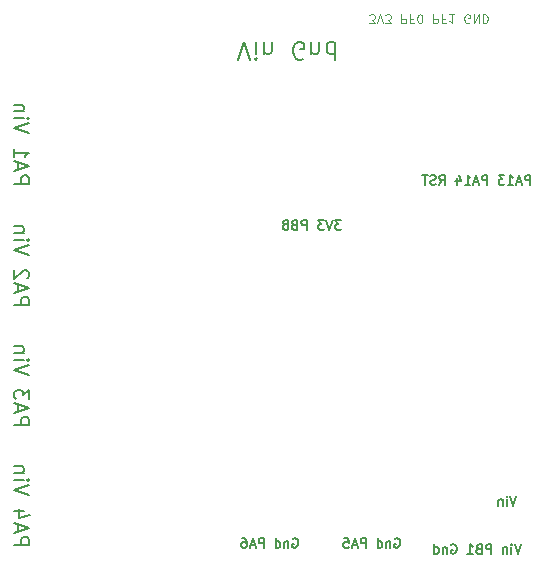
<source format=gbr>
G04 #@! TF.GenerationSoftware,KiCad,Pcbnew,(5.1.5)-3*
G04 #@! TF.CreationDate,2020-01-15T03:57:31-05:00*
G04 #@! TF.ProjectId,STM32 Klipper Expander,53544d33-3220-44b6-9c69-707065722045,rev?*
G04 #@! TF.SameCoordinates,Original*
G04 #@! TF.FileFunction,Legend,Bot*
G04 #@! TF.FilePolarity,Positive*
%FSLAX46Y46*%
G04 Gerber Fmt 4.6, Leading zero omitted, Abs format (unit mm)*
G04 Created by KiCad (PCBNEW (5.1.5)-3) date 2020-01-15 03:57:31*
%MOMM*%
%LPD*%
G04 APERTURE LIST*
%ADD10C,0.150000*%
%ADD11C,0.200000*%
%ADD12C,0.100000*%
G04 APERTURE END LIST*
D10*
X147694285Y-67341904D02*
X147694285Y-66541904D01*
X147389523Y-66541904D01*
X147313333Y-66580000D01*
X147275238Y-66618095D01*
X147237142Y-66694285D01*
X147237142Y-66808571D01*
X147275238Y-66884761D01*
X147313333Y-66922857D01*
X147389523Y-66960952D01*
X147694285Y-66960952D01*
X146932380Y-67113333D02*
X146551428Y-67113333D01*
X147008571Y-67341904D02*
X146741904Y-66541904D01*
X146475238Y-67341904D01*
X145789523Y-67341904D02*
X146246666Y-67341904D01*
X146018095Y-67341904D02*
X146018095Y-66541904D01*
X146094285Y-66656190D01*
X146170476Y-66732380D01*
X146246666Y-66770476D01*
X145522857Y-66541904D02*
X145027619Y-66541904D01*
X145294285Y-66846666D01*
X145180000Y-66846666D01*
X145103809Y-66884761D01*
X145065714Y-66922857D01*
X145027619Y-66999047D01*
X145027619Y-67189523D01*
X145065714Y-67265714D01*
X145103809Y-67303809D01*
X145180000Y-67341904D01*
X145408571Y-67341904D01*
X145484761Y-67303809D01*
X145522857Y-67265714D01*
X144075238Y-67341904D02*
X144075238Y-66541904D01*
X143770476Y-66541904D01*
X143694285Y-66580000D01*
X143656190Y-66618095D01*
X143618095Y-66694285D01*
X143618095Y-66808571D01*
X143656190Y-66884761D01*
X143694285Y-66922857D01*
X143770476Y-66960952D01*
X144075238Y-66960952D01*
X143313333Y-67113333D02*
X142932380Y-67113333D01*
X143389523Y-67341904D02*
X143122857Y-66541904D01*
X142856190Y-67341904D01*
X142170476Y-67341904D02*
X142627619Y-67341904D01*
X142399047Y-67341904D02*
X142399047Y-66541904D01*
X142475238Y-66656190D01*
X142551428Y-66732380D01*
X142627619Y-66770476D01*
X141484761Y-66808571D02*
X141484761Y-67341904D01*
X141675238Y-66503809D02*
X141865714Y-67075238D01*
X141370476Y-67075238D01*
X139999047Y-67341904D02*
X140265714Y-66960952D01*
X140456190Y-67341904D02*
X140456190Y-66541904D01*
X140151428Y-66541904D01*
X140075238Y-66580000D01*
X140037142Y-66618095D01*
X139999047Y-66694285D01*
X139999047Y-66808571D01*
X140037142Y-66884761D01*
X140075238Y-66922857D01*
X140151428Y-66960952D01*
X140456190Y-66960952D01*
X139694285Y-67303809D02*
X139580000Y-67341904D01*
X139389523Y-67341904D01*
X139313333Y-67303809D01*
X139275238Y-67265714D01*
X139237142Y-67189523D01*
X139237142Y-67113333D01*
X139275238Y-67037142D01*
X139313333Y-66999047D01*
X139389523Y-66960952D01*
X139541904Y-66922857D01*
X139618095Y-66884761D01*
X139656190Y-66846666D01*
X139694285Y-66770476D01*
X139694285Y-66694285D01*
X139656190Y-66618095D01*
X139618095Y-66580000D01*
X139541904Y-66541904D01*
X139351428Y-66541904D01*
X139237142Y-66580000D01*
X139008571Y-66541904D02*
X138551428Y-66541904D01*
X138780000Y-67341904D02*
X138780000Y-66541904D01*
X131686190Y-70351904D02*
X131190952Y-70351904D01*
X131457619Y-70656666D01*
X131343333Y-70656666D01*
X131267142Y-70694761D01*
X131229047Y-70732857D01*
X131190952Y-70809047D01*
X131190952Y-70999523D01*
X131229047Y-71075714D01*
X131267142Y-71113809D01*
X131343333Y-71151904D01*
X131571904Y-71151904D01*
X131648095Y-71113809D01*
X131686190Y-71075714D01*
X130962380Y-70351904D02*
X130695714Y-71151904D01*
X130429047Y-70351904D01*
X130238571Y-70351904D02*
X129743333Y-70351904D01*
X130010000Y-70656666D01*
X129895714Y-70656666D01*
X129819523Y-70694761D01*
X129781428Y-70732857D01*
X129743333Y-70809047D01*
X129743333Y-70999523D01*
X129781428Y-71075714D01*
X129819523Y-71113809D01*
X129895714Y-71151904D01*
X130124285Y-71151904D01*
X130200476Y-71113809D01*
X130238571Y-71075714D01*
X128790952Y-71151904D02*
X128790952Y-70351904D01*
X128486190Y-70351904D01*
X128410000Y-70390000D01*
X128371904Y-70428095D01*
X128333809Y-70504285D01*
X128333809Y-70618571D01*
X128371904Y-70694761D01*
X128410000Y-70732857D01*
X128486190Y-70770952D01*
X128790952Y-70770952D01*
X127724285Y-70732857D02*
X127610000Y-70770952D01*
X127571904Y-70809047D01*
X127533809Y-70885238D01*
X127533809Y-70999523D01*
X127571904Y-71075714D01*
X127610000Y-71113809D01*
X127686190Y-71151904D01*
X127990952Y-71151904D01*
X127990952Y-70351904D01*
X127724285Y-70351904D01*
X127648095Y-70390000D01*
X127610000Y-70428095D01*
X127571904Y-70504285D01*
X127571904Y-70580476D01*
X127610000Y-70656666D01*
X127648095Y-70694761D01*
X127724285Y-70732857D01*
X127990952Y-70732857D01*
X127076666Y-70694761D02*
X127152857Y-70656666D01*
X127190952Y-70618571D01*
X127229047Y-70542380D01*
X127229047Y-70504285D01*
X127190952Y-70428095D01*
X127152857Y-70390000D01*
X127076666Y-70351904D01*
X126924285Y-70351904D01*
X126848095Y-70390000D01*
X126810000Y-70428095D01*
X126771904Y-70504285D01*
X126771904Y-70542380D01*
X126810000Y-70618571D01*
X126848095Y-70656666D01*
X126924285Y-70694761D01*
X127076666Y-70694761D01*
X127152857Y-70732857D01*
X127190952Y-70770952D01*
X127229047Y-70847142D01*
X127229047Y-70999523D01*
X127190952Y-71075714D01*
X127152857Y-71113809D01*
X127076666Y-71151904D01*
X126924285Y-71151904D01*
X126848095Y-71113809D01*
X126810000Y-71075714D01*
X126771904Y-70999523D01*
X126771904Y-70847142D01*
X126810000Y-70770952D01*
X126848095Y-70732857D01*
X126924285Y-70694761D01*
D11*
X122963714Y-56752428D02*
X123463714Y-55252428D01*
X123963714Y-56752428D01*
X124463714Y-55252428D02*
X124463714Y-56252428D01*
X124463714Y-56752428D02*
X124392285Y-56681000D01*
X124463714Y-56609571D01*
X124535142Y-56681000D01*
X124463714Y-56752428D01*
X124463714Y-56609571D01*
X125178000Y-56252428D02*
X125178000Y-55252428D01*
X125178000Y-56109571D02*
X125249428Y-56181000D01*
X125392285Y-56252428D01*
X125606571Y-56252428D01*
X125749428Y-56181000D01*
X125820857Y-56038142D01*
X125820857Y-55252428D01*
X128463714Y-56681000D02*
X128320857Y-56752428D01*
X128106571Y-56752428D01*
X127892285Y-56681000D01*
X127749428Y-56538142D01*
X127678000Y-56395285D01*
X127606571Y-56109571D01*
X127606571Y-55895285D01*
X127678000Y-55609571D01*
X127749428Y-55466714D01*
X127892285Y-55323857D01*
X128106571Y-55252428D01*
X128249428Y-55252428D01*
X128463714Y-55323857D01*
X128535142Y-55395285D01*
X128535142Y-55895285D01*
X128249428Y-55895285D01*
X129178000Y-56252428D02*
X129178000Y-55252428D01*
X129178000Y-56109571D02*
X129249428Y-56181000D01*
X129392285Y-56252428D01*
X129606571Y-56252428D01*
X129749428Y-56181000D01*
X129820857Y-56038142D01*
X129820857Y-55252428D01*
X131178000Y-55252428D02*
X131178000Y-56752428D01*
X131178000Y-55323857D02*
X131035142Y-55252428D01*
X130749428Y-55252428D01*
X130606571Y-55323857D01*
X130535142Y-55395285D01*
X130463714Y-55538142D01*
X130463714Y-55966714D01*
X130535142Y-56109571D01*
X130606571Y-56181000D01*
X130749428Y-56252428D01*
X131035142Y-56252428D01*
X131178000Y-56181000D01*
D12*
X134080285Y-53674714D02*
X134544571Y-53674714D01*
X134294571Y-53389000D01*
X134401714Y-53389000D01*
X134473142Y-53353285D01*
X134508857Y-53317571D01*
X134544571Y-53246142D01*
X134544571Y-53067571D01*
X134508857Y-52996142D01*
X134473142Y-52960428D01*
X134401714Y-52924714D01*
X134187428Y-52924714D01*
X134116000Y-52960428D01*
X134080285Y-52996142D01*
X134758857Y-53674714D02*
X135008857Y-52924714D01*
X135258857Y-53674714D01*
X135437428Y-53674714D02*
X135901714Y-53674714D01*
X135651714Y-53389000D01*
X135758857Y-53389000D01*
X135830285Y-53353285D01*
X135866000Y-53317571D01*
X135901714Y-53246142D01*
X135901714Y-53067571D01*
X135866000Y-52996142D01*
X135830285Y-52960428D01*
X135758857Y-52924714D01*
X135544571Y-52924714D01*
X135473142Y-52960428D01*
X135437428Y-52996142D01*
X136794571Y-52924714D02*
X136794571Y-53674714D01*
X137080285Y-53674714D01*
X137151714Y-53639000D01*
X137187428Y-53603285D01*
X137223142Y-53531857D01*
X137223142Y-53424714D01*
X137187428Y-53353285D01*
X137151714Y-53317571D01*
X137080285Y-53281857D01*
X136794571Y-53281857D01*
X137794571Y-53317571D02*
X137544571Y-53317571D01*
X137544571Y-52924714D02*
X137544571Y-53674714D01*
X137901714Y-53674714D01*
X138330285Y-53674714D02*
X138401714Y-53674714D01*
X138473142Y-53639000D01*
X138508857Y-53603285D01*
X138544571Y-53531857D01*
X138580285Y-53389000D01*
X138580285Y-53210428D01*
X138544571Y-53067571D01*
X138508857Y-52996142D01*
X138473142Y-52960428D01*
X138401714Y-52924714D01*
X138330285Y-52924714D01*
X138258857Y-52960428D01*
X138223142Y-52996142D01*
X138187428Y-53067571D01*
X138151714Y-53210428D01*
X138151714Y-53389000D01*
X138187428Y-53531857D01*
X138223142Y-53603285D01*
X138258857Y-53639000D01*
X138330285Y-53674714D01*
X139473142Y-52924714D02*
X139473142Y-53674714D01*
X139758857Y-53674714D01*
X139830285Y-53639000D01*
X139866000Y-53603285D01*
X139901714Y-53531857D01*
X139901714Y-53424714D01*
X139866000Y-53353285D01*
X139830285Y-53317571D01*
X139758857Y-53281857D01*
X139473142Y-53281857D01*
X140473142Y-53317571D02*
X140223142Y-53317571D01*
X140223142Y-52924714D02*
X140223142Y-53674714D01*
X140580285Y-53674714D01*
X141258857Y-52924714D02*
X140830285Y-52924714D01*
X141044571Y-52924714D02*
X141044571Y-53674714D01*
X140973142Y-53567571D01*
X140901714Y-53496142D01*
X140830285Y-53460428D01*
X142544571Y-53639000D02*
X142473142Y-53674714D01*
X142366000Y-53674714D01*
X142258857Y-53639000D01*
X142187428Y-53567571D01*
X142151714Y-53496142D01*
X142116000Y-53353285D01*
X142116000Y-53246142D01*
X142151714Y-53103285D01*
X142187428Y-53031857D01*
X142258857Y-52960428D01*
X142366000Y-52924714D01*
X142437428Y-52924714D01*
X142544571Y-52960428D01*
X142580285Y-52996142D01*
X142580285Y-53246142D01*
X142437428Y-53246142D01*
X142901714Y-52924714D02*
X142901714Y-53674714D01*
X143330285Y-52924714D01*
X143330285Y-53674714D01*
X143687428Y-52924714D02*
X143687428Y-53674714D01*
X143866000Y-53674714D01*
X143973142Y-53639000D01*
X144044571Y-53567571D01*
X144080285Y-53496142D01*
X144116000Y-53353285D01*
X144116000Y-53246142D01*
X144080285Y-53103285D01*
X144044571Y-53031857D01*
X143973142Y-52960428D01*
X143866000Y-52924714D01*
X143687428Y-52924714D01*
D10*
X146539047Y-93719904D02*
X146272380Y-94519904D01*
X146005714Y-93719904D01*
X145739047Y-94519904D02*
X145739047Y-93986571D01*
X145739047Y-93719904D02*
X145777142Y-93758000D01*
X145739047Y-93796095D01*
X145700952Y-93758000D01*
X145739047Y-93719904D01*
X145739047Y-93796095D01*
X145358095Y-93986571D02*
X145358095Y-94519904D01*
X145358095Y-94062761D02*
X145320000Y-94024666D01*
X145243809Y-93986571D01*
X145129523Y-93986571D01*
X145053333Y-94024666D01*
X145015238Y-94100857D01*
X145015238Y-94519904D01*
X146913333Y-97783904D02*
X146646666Y-98583904D01*
X146380000Y-97783904D01*
X146113333Y-98583904D02*
X146113333Y-98050571D01*
X146113333Y-97783904D02*
X146151428Y-97822000D01*
X146113333Y-97860095D01*
X146075238Y-97822000D01*
X146113333Y-97783904D01*
X146113333Y-97860095D01*
X145732380Y-98050571D02*
X145732380Y-98583904D01*
X145732380Y-98126761D02*
X145694285Y-98088666D01*
X145618095Y-98050571D01*
X145503809Y-98050571D01*
X145427619Y-98088666D01*
X145389523Y-98164857D01*
X145389523Y-98583904D01*
X144399047Y-98583904D02*
X144399047Y-97783904D01*
X144094285Y-97783904D01*
X144018095Y-97822000D01*
X143980000Y-97860095D01*
X143941904Y-97936285D01*
X143941904Y-98050571D01*
X143980000Y-98126761D01*
X144018095Y-98164857D01*
X144094285Y-98202952D01*
X144399047Y-98202952D01*
X143332380Y-98164857D02*
X143218095Y-98202952D01*
X143180000Y-98241047D01*
X143141904Y-98317238D01*
X143141904Y-98431523D01*
X143180000Y-98507714D01*
X143218095Y-98545809D01*
X143294285Y-98583904D01*
X143599047Y-98583904D01*
X143599047Y-97783904D01*
X143332380Y-97783904D01*
X143256190Y-97822000D01*
X143218095Y-97860095D01*
X143180000Y-97936285D01*
X143180000Y-98012476D01*
X143218095Y-98088666D01*
X143256190Y-98126761D01*
X143332380Y-98164857D01*
X143599047Y-98164857D01*
X142380000Y-98583904D02*
X142837142Y-98583904D01*
X142608571Y-98583904D02*
X142608571Y-97783904D01*
X142684761Y-97898190D01*
X142760952Y-97974380D01*
X142837142Y-98012476D01*
X141008571Y-97822000D02*
X141084761Y-97783904D01*
X141199047Y-97783904D01*
X141313333Y-97822000D01*
X141389523Y-97898190D01*
X141427619Y-97974380D01*
X141465714Y-98126761D01*
X141465714Y-98241047D01*
X141427619Y-98393428D01*
X141389523Y-98469619D01*
X141313333Y-98545809D01*
X141199047Y-98583904D01*
X141122857Y-98583904D01*
X141008571Y-98545809D01*
X140970476Y-98507714D01*
X140970476Y-98241047D01*
X141122857Y-98241047D01*
X140627619Y-98050571D02*
X140627619Y-98583904D01*
X140627619Y-98126761D02*
X140589523Y-98088666D01*
X140513333Y-98050571D01*
X140399047Y-98050571D01*
X140322857Y-98088666D01*
X140284761Y-98164857D01*
X140284761Y-98583904D01*
X139560952Y-98583904D02*
X139560952Y-97783904D01*
X139560952Y-98545809D02*
X139637142Y-98583904D01*
X139789523Y-98583904D01*
X139865714Y-98545809D01*
X139903809Y-98507714D01*
X139941904Y-98431523D01*
X139941904Y-98202952D01*
X139903809Y-98126761D01*
X139865714Y-98088666D01*
X139789523Y-98050571D01*
X139637142Y-98050571D01*
X139560952Y-98088666D01*
X136232857Y-97314000D02*
X136309047Y-97275904D01*
X136423333Y-97275904D01*
X136537619Y-97314000D01*
X136613809Y-97390190D01*
X136651904Y-97466380D01*
X136690000Y-97618761D01*
X136690000Y-97733047D01*
X136651904Y-97885428D01*
X136613809Y-97961619D01*
X136537619Y-98037809D01*
X136423333Y-98075904D01*
X136347142Y-98075904D01*
X136232857Y-98037809D01*
X136194761Y-97999714D01*
X136194761Y-97733047D01*
X136347142Y-97733047D01*
X135851904Y-97542571D02*
X135851904Y-98075904D01*
X135851904Y-97618761D02*
X135813809Y-97580666D01*
X135737619Y-97542571D01*
X135623333Y-97542571D01*
X135547142Y-97580666D01*
X135509047Y-97656857D01*
X135509047Y-98075904D01*
X134785238Y-98075904D02*
X134785238Y-97275904D01*
X134785238Y-98037809D02*
X134861428Y-98075904D01*
X135013809Y-98075904D01*
X135090000Y-98037809D01*
X135128095Y-97999714D01*
X135166190Y-97923523D01*
X135166190Y-97694952D01*
X135128095Y-97618761D01*
X135090000Y-97580666D01*
X135013809Y-97542571D01*
X134861428Y-97542571D01*
X134785238Y-97580666D01*
X133794761Y-98075904D02*
X133794761Y-97275904D01*
X133490000Y-97275904D01*
X133413809Y-97314000D01*
X133375714Y-97352095D01*
X133337619Y-97428285D01*
X133337619Y-97542571D01*
X133375714Y-97618761D01*
X133413809Y-97656857D01*
X133490000Y-97694952D01*
X133794761Y-97694952D01*
X133032857Y-97847333D02*
X132651904Y-97847333D01*
X133109047Y-98075904D02*
X132842380Y-97275904D01*
X132575714Y-98075904D01*
X131928095Y-97275904D02*
X132309047Y-97275904D01*
X132347142Y-97656857D01*
X132309047Y-97618761D01*
X132232857Y-97580666D01*
X132042380Y-97580666D01*
X131966190Y-97618761D01*
X131928095Y-97656857D01*
X131890000Y-97733047D01*
X131890000Y-97923523D01*
X131928095Y-97999714D01*
X131966190Y-98037809D01*
X132042380Y-98075904D01*
X132232857Y-98075904D01*
X132309047Y-98037809D01*
X132347142Y-97999714D01*
X127596857Y-97314000D02*
X127673047Y-97275904D01*
X127787333Y-97275904D01*
X127901619Y-97314000D01*
X127977809Y-97390190D01*
X128015904Y-97466380D01*
X128054000Y-97618761D01*
X128054000Y-97733047D01*
X128015904Y-97885428D01*
X127977809Y-97961619D01*
X127901619Y-98037809D01*
X127787333Y-98075904D01*
X127711142Y-98075904D01*
X127596857Y-98037809D01*
X127558761Y-97999714D01*
X127558761Y-97733047D01*
X127711142Y-97733047D01*
X127215904Y-97542571D02*
X127215904Y-98075904D01*
X127215904Y-97618761D02*
X127177809Y-97580666D01*
X127101619Y-97542571D01*
X126987333Y-97542571D01*
X126911142Y-97580666D01*
X126873047Y-97656857D01*
X126873047Y-98075904D01*
X126149238Y-98075904D02*
X126149238Y-97275904D01*
X126149238Y-98037809D02*
X126225428Y-98075904D01*
X126377809Y-98075904D01*
X126454000Y-98037809D01*
X126492095Y-97999714D01*
X126530190Y-97923523D01*
X126530190Y-97694952D01*
X126492095Y-97618761D01*
X126454000Y-97580666D01*
X126377809Y-97542571D01*
X126225428Y-97542571D01*
X126149238Y-97580666D01*
X125158761Y-98075904D02*
X125158761Y-97275904D01*
X124854000Y-97275904D01*
X124777809Y-97314000D01*
X124739714Y-97352095D01*
X124701619Y-97428285D01*
X124701619Y-97542571D01*
X124739714Y-97618761D01*
X124777809Y-97656857D01*
X124854000Y-97694952D01*
X125158761Y-97694952D01*
X124396857Y-97847333D02*
X124015904Y-97847333D01*
X124473047Y-98075904D02*
X124206380Y-97275904D01*
X123939714Y-98075904D01*
X123330190Y-97275904D02*
X123482571Y-97275904D01*
X123558761Y-97314000D01*
X123596857Y-97352095D01*
X123673047Y-97466380D01*
X123711142Y-97618761D01*
X123711142Y-97923523D01*
X123673047Y-97999714D01*
X123634952Y-98037809D01*
X123558761Y-98075904D01*
X123406380Y-98075904D01*
X123330190Y-98037809D01*
X123292095Y-97999714D01*
X123254000Y-97923523D01*
X123254000Y-97733047D01*
X123292095Y-97656857D01*
X123330190Y-97618761D01*
X123406380Y-97580666D01*
X123558761Y-97580666D01*
X123634952Y-97618761D01*
X123673047Y-97656857D01*
X123711142Y-97733047D01*
D11*
X104006523Y-97872333D02*
X105256523Y-97872333D01*
X105256523Y-97396142D01*
X105197000Y-97277095D01*
X105137476Y-97217571D01*
X105018428Y-97158047D01*
X104839857Y-97158047D01*
X104720809Y-97217571D01*
X104661285Y-97277095D01*
X104601761Y-97396142D01*
X104601761Y-97872333D01*
X104363666Y-96681857D02*
X104363666Y-96086619D01*
X104006523Y-96800904D02*
X105256523Y-96384238D01*
X104006523Y-95967571D01*
X104839857Y-95015190D02*
X104006523Y-95015190D01*
X105316047Y-95312809D02*
X104423190Y-95610428D01*
X104423190Y-94836619D01*
X105256523Y-93586619D02*
X104006523Y-93169952D01*
X105256523Y-92753285D01*
X104006523Y-92336619D02*
X104839857Y-92336619D01*
X105256523Y-92336619D02*
X105197000Y-92396142D01*
X105137476Y-92336619D01*
X105197000Y-92277095D01*
X105256523Y-92336619D01*
X105137476Y-92336619D01*
X104839857Y-91741380D02*
X104006523Y-91741380D01*
X104720809Y-91741380D02*
X104780333Y-91681857D01*
X104839857Y-91562809D01*
X104839857Y-91384238D01*
X104780333Y-91265190D01*
X104661285Y-91205666D01*
X104006523Y-91205666D01*
X104006523Y-87712333D02*
X105256523Y-87712333D01*
X105256523Y-87236142D01*
X105197000Y-87117095D01*
X105137476Y-87057571D01*
X105018428Y-86998047D01*
X104839857Y-86998047D01*
X104720809Y-87057571D01*
X104661285Y-87117095D01*
X104601761Y-87236142D01*
X104601761Y-87712333D01*
X104363666Y-86521857D02*
X104363666Y-85926619D01*
X104006523Y-86640904D02*
X105256523Y-86224238D01*
X104006523Y-85807571D01*
X105256523Y-85509952D02*
X105256523Y-84736142D01*
X104780333Y-85152809D01*
X104780333Y-84974238D01*
X104720809Y-84855190D01*
X104661285Y-84795666D01*
X104542238Y-84736142D01*
X104244619Y-84736142D01*
X104125571Y-84795666D01*
X104066047Y-84855190D01*
X104006523Y-84974238D01*
X104006523Y-85331380D01*
X104066047Y-85450428D01*
X104125571Y-85509952D01*
X105256523Y-83426619D02*
X104006523Y-83009952D01*
X105256523Y-82593285D01*
X104006523Y-82176619D02*
X104839857Y-82176619D01*
X105256523Y-82176619D02*
X105197000Y-82236142D01*
X105137476Y-82176619D01*
X105197000Y-82117095D01*
X105256523Y-82176619D01*
X105137476Y-82176619D01*
X104839857Y-81581380D02*
X104006523Y-81581380D01*
X104720809Y-81581380D02*
X104780333Y-81521857D01*
X104839857Y-81402809D01*
X104839857Y-81224238D01*
X104780333Y-81105190D01*
X104661285Y-81045666D01*
X104006523Y-81045666D01*
X104006523Y-77552333D02*
X105256523Y-77552333D01*
X105256523Y-77076142D01*
X105197000Y-76957095D01*
X105137476Y-76897571D01*
X105018428Y-76838047D01*
X104839857Y-76838047D01*
X104720809Y-76897571D01*
X104661285Y-76957095D01*
X104601761Y-77076142D01*
X104601761Y-77552333D01*
X104363666Y-76361857D02*
X104363666Y-75766619D01*
X104006523Y-76480904D02*
X105256523Y-76064238D01*
X104006523Y-75647571D01*
X105137476Y-75290428D02*
X105197000Y-75230904D01*
X105256523Y-75111857D01*
X105256523Y-74814238D01*
X105197000Y-74695190D01*
X105137476Y-74635666D01*
X105018428Y-74576142D01*
X104899380Y-74576142D01*
X104720809Y-74635666D01*
X104006523Y-75349952D01*
X104006523Y-74576142D01*
X105256523Y-73266619D02*
X104006523Y-72849952D01*
X105256523Y-72433285D01*
X104006523Y-72016619D02*
X104839857Y-72016619D01*
X105256523Y-72016619D02*
X105197000Y-72076142D01*
X105137476Y-72016619D01*
X105197000Y-71957095D01*
X105256523Y-72016619D01*
X105137476Y-72016619D01*
X104839857Y-71421380D02*
X104006523Y-71421380D01*
X104720809Y-71421380D02*
X104780333Y-71361857D01*
X104839857Y-71242809D01*
X104839857Y-71064238D01*
X104780333Y-70945190D01*
X104661285Y-70885666D01*
X104006523Y-70885666D01*
X104006523Y-67265333D02*
X105256523Y-67265333D01*
X105256523Y-66789142D01*
X105197000Y-66670095D01*
X105137476Y-66610571D01*
X105018428Y-66551047D01*
X104839857Y-66551047D01*
X104720809Y-66610571D01*
X104661285Y-66670095D01*
X104601761Y-66789142D01*
X104601761Y-67265333D01*
X104363666Y-66074857D02*
X104363666Y-65479619D01*
X104006523Y-66193904D02*
X105256523Y-65777238D01*
X104006523Y-65360571D01*
X104006523Y-64289142D02*
X104006523Y-65003428D01*
X104006523Y-64646285D02*
X105256523Y-64646285D01*
X105077952Y-64765333D01*
X104958904Y-64884380D01*
X104899380Y-65003428D01*
X105256523Y-62979619D02*
X104006523Y-62562952D01*
X105256523Y-62146285D01*
X104006523Y-61729619D02*
X104839857Y-61729619D01*
X105256523Y-61729619D02*
X105197000Y-61789142D01*
X105137476Y-61729619D01*
X105197000Y-61670095D01*
X105256523Y-61729619D01*
X105137476Y-61729619D01*
X104839857Y-61134380D02*
X104006523Y-61134380D01*
X104720809Y-61134380D02*
X104780333Y-61074857D01*
X104839857Y-60955809D01*
X104839857Y-60777238D01*
X104780333Y-60658190D01*
X104661285Y-60598666D01*
X104006523Y-60598666D01*
M02*

</source>
